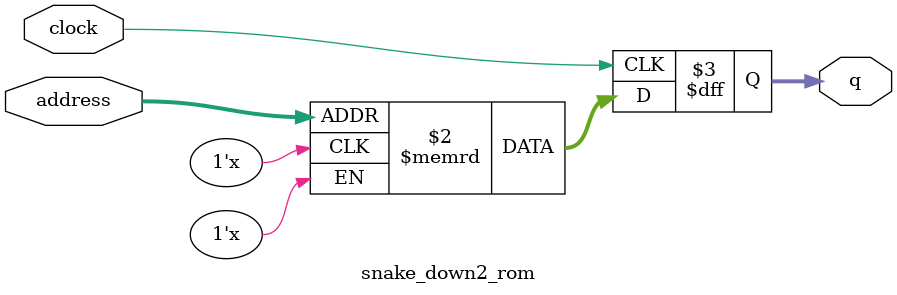
<source format=sv>
module snake_down2_rom (
	input logic clock,
	input logic [9:0] address,
	output logic [3:0] q
);

logic [3:0] memory [0:944] /* synthesis ram_init_file = "./snake_down2.mif" */;

always_ff @ (posedge clock) begin
	q <= memory[address];
end

endmodule

</source>
